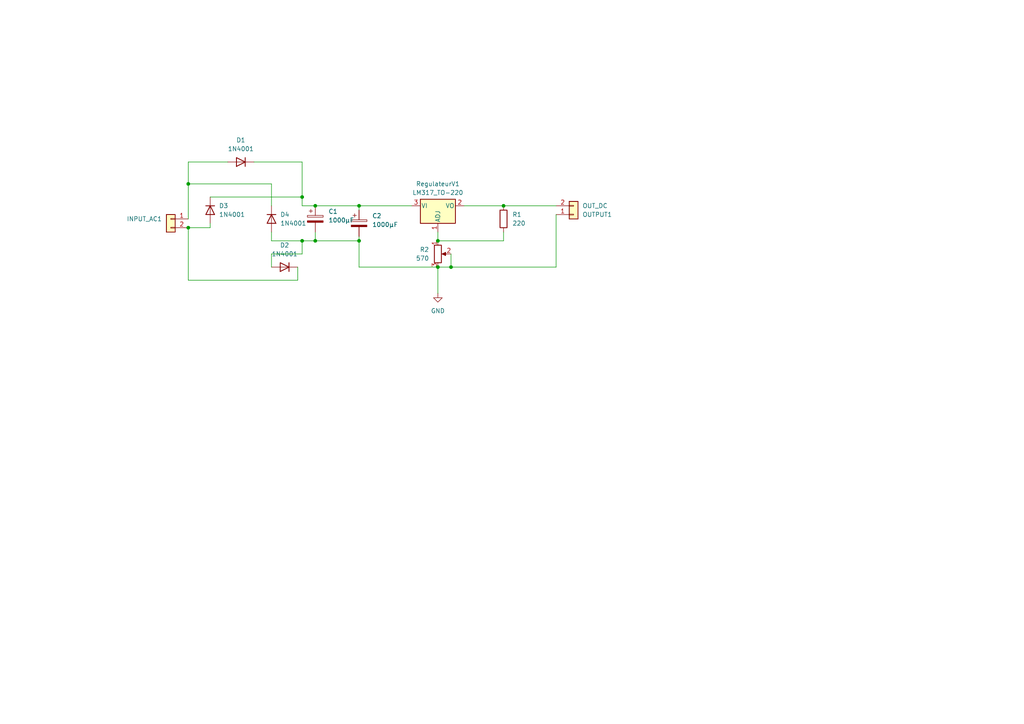
<source format=kicad_sch>
(kicad_sch (version 20231120) (generator "eeschema") (generator_version "8.0")
  (paper "A4")
  (lib_symbols
    (symbol "Connector_Generic:Conn_01x02" (pin_names (offset 1.016) hide)
      (property "Reference" "J" (at 0 2.54 0))
      (property "Value" "Conn_01x02" (at 0 -5.08 0))
      (symbol "Conn_01x02_1_1"
        (rectangle (start -1.27 -2.413) (end 0 -2.667) (stroke (width 0.1524)))
        (rectangle (start -1.27 0.127) (end 0 -0.127) (stroke (width 0.1524)))
        (rectangle (start -1.27 1.27) (end 1.27 -3.81) (stroke (width 0.254)) (fill (type background)))
        (pin passive line (at -5.08 0 0) (length 3.81) (name "Pin_1") (number "1"))
        (pin passive line (at -5.08 -2.54 0) (length 3.81) (name "Pin_2") (number "2"))
      )
    )
    (symbol "Device:C_Polarized" (pin_numbers hide) (pin_names (offset 0.254))
      (property "Reference" "C" (at 0.635 2.54 0))
      (property "Value" "C_Polarized" (at 0.635 -2.54 0))
      (symbol "C_Polarized_0_1"
        (rectangle (start -2.286 0.508) (end 2.286 1.016))
        (polyline (pts (xy -1.778 2.286) (xy -0.762 2.286)))
        (polyline (pts (xy -1.27 2.794) (xy -1.27 1.778)))
        (rectangle (start 2.286 -0.508) (end -2.286 -1.016) (fill (type outline)))
      )
      (symbol "C_Polarized_1_1"
        (pin passive line (at 0 3.81 270) (length 2.794) (name "~") (number "1"))
        (pin passive line (at 0 -3.81 90) (length 2.794) (name "~") (number "2"))
      )
    )
    (symbol "Device:R" (pin_numbers hide) (pin_names (offset 0))
      (property "Reference" "R" (at 2.032 0 90))
      (property "Value" "R" (at 0 0 90))
      (symbol "R_0_1"
        (rectangle (start -1.016 -2.54) (end 1.016 2.54) (stroke (width 0.254)))
      )
      (symbol "R_1_1"
        (pin passive line (at 0 3.81 270) (length 1.27) (name "~") (number "1"))
        (pin passive line (at 0 -3.81 90) (length 1.27) (name "~") (number "2"))
      )
    )
    (symbol "Device:R_Potentiometer" (pin_names (offset 1.016) hide)
      (property "Reference" "RV" (at -4.445 0 90))
      (property "Value" "R_Potentiometer" (at -2.54 0 90))
      (symbol "R_Potentiometer_0_1"
        (polyline (pts (xy 2.54 0) (xy 1.524 0)))
        (polyline (pts (xy 1.143 0) (xy 2.286 0.508) (xy 2.286 -0.508) (xy 1.143 0)) (fill (type outline)))
        (rectangle (start 1.016 2.54) (end -1.016 -2.54) (stroke (width 0.254)))
      )
      (symbol "R_Potentiometer_1_1"
        (pin passive line (at 0 3.81 270) (length 1.27) (name "1") (number "1"))
        (pin passive line (at 3.81 0 180) (length 1.27) (name "2") (number "2"))
        (pin passive line (at 0 -3.81 90) (length 1.27) (name "3") (number "3"))
      )
    )
    (symbol "Diode:1N4001" (pin_numbers hide) (pin_names hide)
      (property "Reference" "D" (at 0 2.54 0))
      (property "Value" "1N4001" (at 0 -2.54 0))
      (symbol "1N4001_0_1"
        (polyline (pts (xy -1.27 1.27) (xy -1.27 -1.27)) (stroke (width 0.254)))
        (polyline (pts (xy 1.27 0) (xy -1.27 0)))
        (polyline (pts (xy 1.27 1.27) (xy 1.27 -1.27) (xy -1.27 0) (xy 1.27 1.27)) (stroke (width 0.254)))
      )
      (symbol "1N4001_1_1"
        (pin passive line (at -3.81 0 0) (length 2.54) (name "K") (number "1"))
        (pin passive line (at 3.81 0 180) (length 2.54) (name "A") (number "2"))
      )
    )
    (symbol "Regulator_Linear:LM317_TO-220" (pin_names (offset 0.254))
      (property "Reference" "U" (at -3.81 3.175 0))
      (property "Value" "LM317_TO-220" (at 0 3.175 0))
      (symbol "LM317_TO-220_0_1"
        (rectangle (start -5.08 1.905) (end 5.08 -5.08) (stroke (width 0.254)) (fill (type background)))
      )
      (symbol "LM317_TO-220_1_1"
        (pin input line (at 0 -7.62 90) (length 2.54) (name "ADJ") (number "1"))
        (pin power_out line (at 7.62 0 180) (length 2.54) (name "VO") (number "2"))
        (pin power_in line (at -7.62 0 0) (length 2.54) (name "VI") (number "3"))
      )
    )
    (symbol "power:GND" (power) (pin_numbers hide) (pin_names (offset 0) hide)
      (property "Value" "GND" (at 0 -3.81 0))
      (symbol "GND_0_1"
        (polyline (pts (xy 0 0) (xy 0 -1.27) (xy 1.27 -1.27) (xy 0 -2.54) (xy -1.27 -1.27) (xy 0 -1.27)))
      )
      (symbol "GND_1_1"
        (pin power_in line (at 0 0 270) (length 0) (name "~") (number "1"))
      )
    )
  )
  (junction (at 54.61 53.34))
  (junction (at 104.14 59.69))
  (junction (at 54.61 66.04))
  (junction (at 91.44 59.69))
  (junction (at 127 77.47))
  (junction (at 127 69.85))
  (junction (at 104.14 69.85))
  (junction (at 146.05 59.69))
  (junction (at 91.44 69.85))
  (junction (at 87.63 69.85))
  (junction (at 130.81 77.47))
  (junction (at 87.63 57.15))
  (wire (pts (xy 127 77.47) (xy 127 85.09)))
  (wire (pts (xy 119.38 59.69) (xy 104.14 59.69)))
  (wire (pts (xy 130.81 73.66) (xy 130.81 77.47)))
  (wire (pts (xy 73.66 46.99) (xy 87.63 46.99)))
  (wire (pts (xy 78.74 77.47) (xy 78.74 73.66)))
  (wire (pts (xy 54.61 46.99) (xy 54.61 53.34)))
  (wire (pts (xy 60.96 57.15) (xy 87.63 57.15)))
  (wire (pts (xy 104.14 59.69) (xy 104.14 60.96)))
  (wire (pts (xy 87.63 69.85) (xy 87.63 73.66)))
  (wire (pts (xy 87.63 57.15) (xy 87.63 59.69)))
  (wire (pts (xy 127 67.31) (xy 127 69.85)))
  (wire (pts (xy 91.44 67.31) (xy 91.44 69.85)))
  (wire (pts (xy 78.74 53.34) (xy 54.61 53.34)))
  (wire (pts (xy 91.44 59.69) (xy 104.14 59.69)))
  (wire (pts (xy 54.61 81.28) (xy 54.61 66.04)))
  (wire (pts (xy 86.36 77.47) (xy 86.36 81.28)))
  (wire (pts (xy 130.81 77.47) (xy 127 77.47)))
  (wire (pts (xy 104.14 68.58) (xy 104.14 69.85)))
  (wire (pts (xy 54.61 46.99) (xy 66.04 46.99)))
  (wire (pts (xy 60.96 64.77) (xy 60.96 66.04)))
  (wire (pts (xy 146.05 67.31) (xy 146.05 69.85)))
  (wire (pts (xy 78.74 67.31) (xy 78.74 69.85)))
  (wire (pts (xy 146.05 59.69) (xy 161.29 59.69)))
  (wire (pts (xy 87.63 46.99) (xy 87.63 57.15)))
  (wire (pts (xy 146.05 59.69) (xy 134.62 59.69)))
  (wire (pts (xy 87.63 59.69) (xy 91.44 59.69)))
  (wire (pts (xy 127 69.85) (xy 146.05 69.85)))
  (wire (pts (xy 91.44 69.85) (xy 87.63 69.85)))
  (wire (pts (xy 86.36 81.28) (xy 54.61 81.28)))
  (wire (pts (xy 161.29 62.23) (xy 161.29 77.47)))
  (wire (pts (xy 104.14 69.85) (xy 104.14 77.47)))
  (wire (pts (xy 54.61 53.34) (xy 54.61 63.5)))
  (wire (pts (xy 78.74 59.69) (xy 78.74 53.34)))
  (wire (pts (xy 91.44 69.85) (xy 104.14 69.85)))
  (wire (pts (xy 78.74 73.66) (xy 87.63 73.66)))
  (wire (pts (xy 78.74 69.85) (xy 87.63 69.85)))
  (wire (pts (xy 60.96 66.04) (xy 54.61 66.04)))
  (wire (pts (xy 104.14 77.47) (xy 127 77.47)))
  (wire (pts (xy 161.29 77.47) (xy 130.81 77.47)))
  (symbol (lib_id "Connector_Generic:Conn_01x02") (at 49.53 63.5 0) (mirror y) (unit 1)
    (property "Reference" "INPUT_AC1" (at 46.99 63.4999 0) (effects (justify left)))
    (property "Value" "${SIM.PARAMS}" (at 46.99 66.0399 0) (effects (justify left)))
    (property "Footprint" "TerminalBlock_MetzConnect:TerminalBlock_MetzConnect_Type094_RT03502HBLU_1x02_P5.00mm_Horizontal" (effects (hide yes)))
    (property "Description" "Generic connector, single row, 01x02, script generated (kicad-library-utils/schlib/autogen/connector/)" (effects (hide yes)))
  )
  (symbol (lib_id "Device:C_Polarized") (at 91.44 63.5 0) (unit 1)
    (property "Reference" "C1" (at 95.25 61.3409 0) (effects (justify left)))
    (property "Value" "1000μF" (at 95.25 63.8809 0) (effects (justify left)))
    (property "Footprint" "Capacitor_THT:CP_Radial_D13.0mm_P7.50mm" (effects (hide yes)))
    (property "Description" "Polarized capacitor" (effects (hide yes)))
    (property "Sim.Device" "C" (effects (hide yes)))
    (property "Sim.Pins" "1=+ 2=-" (effects (hide yes)))
  )
  (symbol (lib_id "Diode:1N4001") (at 60.96 60.96 270) (unit 1)
    (property "Reference" "D3" (at 63.5 59.69 90) (effects (justify left)))
    (property "Value" "1N4001" (at 63.5 62.23 90) (effects (justify left)))
    (property "Footprint" "Diode_THT:D_DO-41_SOD81_P10.16mm_Horizontal" (effects (hide yes)))
    (property "Datasheet" "http://www.vishay.com/docs/88503/1n4001.pdf" (effects (hide yes)))
    (property "Sim.Device" "D" (effects (hide yes)))
    (property "Sim.Pins" "1=K 2=A" (effects (hide yes)))
  )
  (symbol (lib_id "Device:C_Polarized") (at 104.14 64.77 0) (unit 1)
    (property "Reference" "C2" (at 107.95 62.6109 0) (effects (justify left)))
    (property "Value" "1000μF" (at 107.95 65.1509 0) (effects (justify left)))
    (property "Footprint" "Capacitor_THT:CP_Radial_D13.0mm_P7.50mm" (effects (hide yes)))
    (property "Description" "Polarized capacitor" (effects (hide yes)))
  )
  (symbol (lib_id "Diode:1N4001") (at 69.85 46.99 180) (unit 1)
    (property "Reference" "D1" (at 69.85 40.64 0))
    (property "Value" "1N4001" (at 69.85 43.18 0))
    (property "Footprint" "Diode_THT:D_DO-41_SOD81_P10.16mm_Horizontal" (effects (hide yes)))
    (property "Datasheet" "http://www.vishay.com/docs/88503/1n4001.pdf" (effects (hide yes)))
    (property "Sim.Device" "D" (effects (hide yes)))
    (property "Sim.Pins" "1=K 2=A" (effects (hide yes)))
  )
  (symbol (lib_id "Diode:1N4001") (at 78.74 63.5 270) (unit 1)
    (property "Reference" "D4" (at 81.28 62.2299 90) (effects (justify left)))
    (property "Value" "1N4001" (at 81.28 64.7699 90) (effects (justify left)))
    (property "Footprint" "Diode_THT:D_DO-41_SOD81_P10.16mm_Horizontal" (effects (hide yes)))
    (property "Datasheet" "http://www.vishay.com/docs/88503/1n4001.pdf" (effects (hide yes)))
    (property "Sim.Device" "D" (effects (hide yes)))
    (property "Sim.Pins" "1=K 2=A" (effects (hide yes)))
  )
  (symbol (lib_id "power:GND") (at 127 85.09 0) (unit 1)
    (property "Reference" "#PWR01" (effects (hide yes)))
    (property "Value" "GND" (at 127 90.17 0))
    (property "Description" "Power symbol creates a global label with name \"GND\" , ground" (effects (hide yes)))
  )
  (symbol (lib_id "Device:R") (at 146.05 63.5 0) (unit 1)
    (property "Reference" "R1" (at 148.59 62.2299 0) (effects (justify left)))
    (property "Value" "220" (at 148.59 64.7699 0) (effects (justify left)))
    (property "Footprint" "Resistor_THT:R_Axial_DIN0207_L6.3mm_D2.5mm_P5.08mm_Vertical" (effects (hide yes)))
    (property "Description" "Resistor" (effects (hide yes)))
  )
  (symbol (lib_id "Connector_Generic:Conn_01x02") (at 166.37 62.23 0) (mirror x) (unit 1)
    (property "Reference" "OUTPUT1" (at 168.91 62.2301 0) (effects (justify left)))
    (property "Value" "OUT_DC" (at 168.91 59.6901 0) (effects (justify left)))
    (property "Footprint" "TerminalBlock_MetzConnect:TerminalBlock_MetzConnect_Type094_RT03502HBLU_1x02_P5.00mm_Horizontal" (effects (hide yes)))
    (property "Description" "Generic connector, single row, 01x02, script generated (kicad-library-utils/schlib/autogen/connector/)" (effects (hide yes)))
    (property "Sim.Device" "R" (effects (hide yes)))
    (property "Sim.Pins" "1=+ 2=-" (effects (hide yes)))
    (property "Sim.Params" "r=220" (effects (hide yes)))
  )
  (symbol (lib_id "Diode:1N4001") (at 82.55 77.47 180) (unit 1)
    (property "Reference" "D2" (at 82.55 71.12 0))
    (property "Value" "1N4001" (at 82.55 73.66 0))
    (property "Footprint" "Diode_THT:D_DO-41_SOD81_P10.16mm_Horizontal" (effects (hide yes)))
    (property "Datasheet" "http://www.vishay.com/docs/88503/1n4001.pdf" (effects (hide yes)))
    (property "Sim.Device" "D" (effects (hide yes)))
    (property "Sim.Pins" "1=K 2=A" (effects (hide yes)))
  )
  (symbol (lib_id "Regulator_Linear:LM317_TO-220") (at 127 59.69 0) (unit 1)
    (property "Reference" "RegulateurV1" (at 127 53.34 0))
    (property "Value" "LM317_TO-220" (at 127 55.88 0))
    (property "Footprint" "Package_TO_SOT_THT:TO-220-3_Vertical" (effects (hide yes)))
    (property "Datasheet" "http://www.ti.com/lit/ds/symlink/lm317.pdf" (effects (hide yes)))
    (property "Description" "1.5A 35V Adjustable Linear Regulator, TO-220" (effects (hide yes)))
    (property "Sim.Library" "C:\\Users\\jctor\\Downloads\\LM317.lib" (effects (hide yes)))
    (property "Sim.Name" "LM317" (effects (hide yes)))
    (property "Sim.Device" "SUBCKT" (effects (hide yes)))
    (property "Sim.Pins" "1=IN 2=ADJ 3=OUT_0" (effects (hide yes)))
  )
  (symbol (lib_id "Device:R_Potentiometer") (at 127 73.66 0) (unit 1)
    (property "Reference" "R2" (at 124.46 72.3899 0) (effects (justify right)))
    (property "Value" "570" (at 124.46 74.9299 0) (effects (justify right)))
    (property "Footprint" "Potentiometer_THT:Potentiometer_Piher_PC-16_Single_Vertical" (effects (hide yes)))
    (property "Description" "Potentiometer" (effects (hide yes)))
    (property "Sim.Device" "R" (effects (hide yes)))
    (property "Sim.Pins" "1=+ 2=-" (effects (hide yes)))
    (property "Sim.Params" "r=570" (effects (hide yes)))
  )
)
</source>
